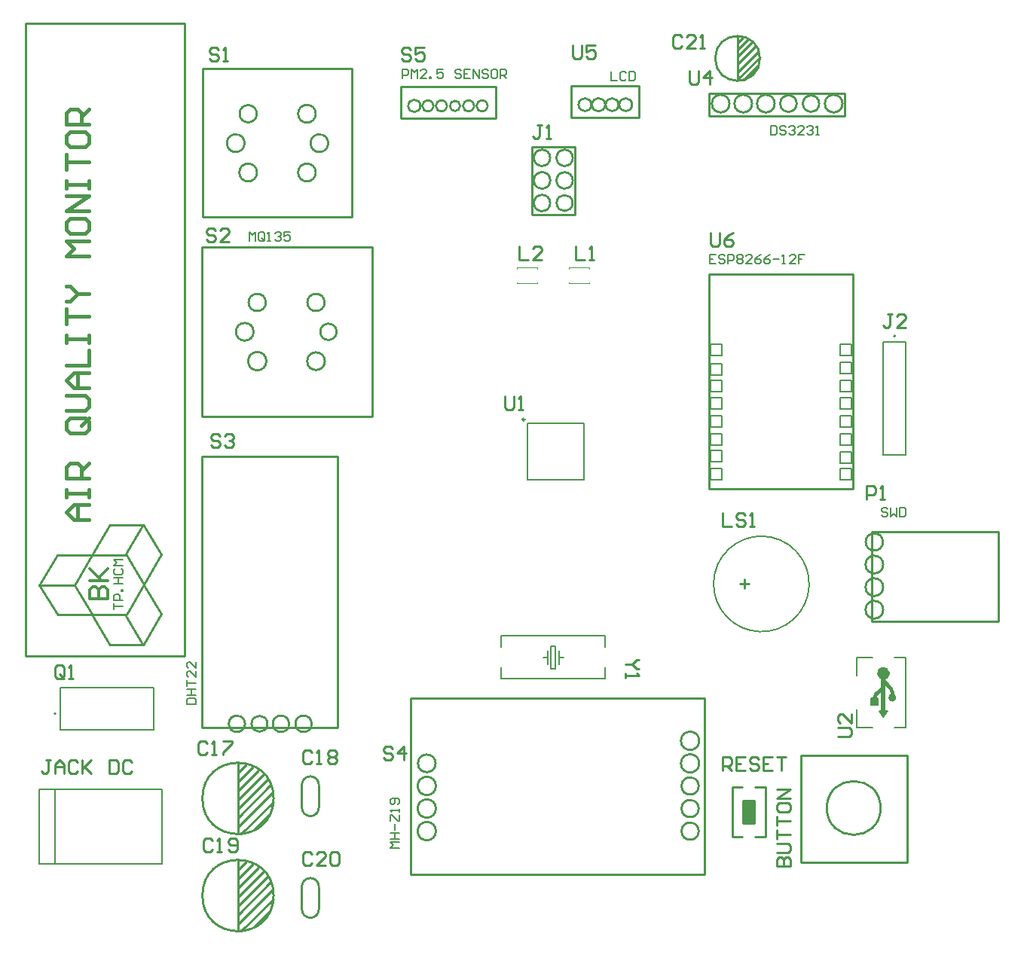
<source format=gto>
G04*
G04 #@! TF.GenerationSoftware,Altium Limited,Altium Designer,24.4.1 (13)*
G04*
G04 Layer_Color=65535*
%FSLAX44Y44*%
%MOMM*%
G71*
G04*
G04 #@! TF.SameCoordinates,999ADBB1-789E-4D5B-A825-673993AB2B7E*
G04*
G04*
G04 #@! TF.FilePolarity,Positive*
G04*
G01*
G75*
%ADD10C,0.2540*%
%ADD11C,0.2000*%
%ADD12C,0.2032*%
%ADD13C,0.2500*%
%ADD14C,0.8890*%
%ADD15C,0.5080*%
%ADD16C,0.3810*%
%ADD17C,0.2360*%
%ADD18C,0.1778*%
%ADD19C,0.1524*%
%ADD20C,0.1016*%
%ADD21C,0.1270*%
%ADD22C,0.3048*%
%ADD23R,1.2700X2.5400*%
G36*
X963970Y277955D02*
X958970Y284955D01*
X968970D01*
X963970Y277955D01*
D02*
G37*
G36*
X950220Y291455D02*
Y298955D01*
X957720Y298955D01*
Y291455D01*
X950220D01*
D02*
G37*
D10*
X825246Y1018540D02*
G03*
X825246Y1018540I-25146J0D01*
G01*
X963689Y398780D02*
G03*
X963689Y398780I-9919J0D01*
G01*
Y424180D02*
G03*
X963689Y424180I-9919J0D01*
G01*
Y449580D02*
G03*
X963689Y449580I-9919J0D01*
G01*
X963442Y474980D02*
G03*
X963442Y474980I-9672J0D01*
G01*
X866496Y967740D02*
G03*
X866496Y967740I-9246J0D01*
G01*
X790969D02*
G03*
X790969Y967740I-9919J0D01*
G01*
X816369D02*
G03*
X816369Y967740I-9919J0D01*
G01*
X841769D02*
G03*
X841769Y967740I-9919J0D01*
G01*
X891808D02*
G03*
X891808Y967740I-9158J0D01*
G01*
X917969D02*
G03*
X917969Y967740I-9919J0D01*
G01*
X278760Y186690D02*
G03*
X278760Y186690I-40000J0D01*
G01*
X326149Y956310D02*
G03*
X326149Y956310I-9919J0D01*
G01*
X340119Y923290D02*
G03*
X340119Y923290I-9919J0D01*
G01*
X326149Y890270D02*
G03*
X326149Y890270I-9919J0D01*
G01*
X260109D02*
G03*
X260109Y890270I-9919J0D01*
G01*
X246139Y923290D02*
G03*
X246139Y923290I-9919J0D01*
G01*
X259862Y956310D02*
G03*
X259862Y956310I-9672J0D01*
G01*
X256299Y711200D02*
G03*
X256299Y711200I-9919J0D01*
G01*
X270589Y678180D02*
G03*
X270589Y678180I-10239J0D01*
G01*
X336309D02*
G03*
X336309Y678180I-9919J0D01*
G01*
X349518Y711200D02*
G03*
X349518Y711200I-9158J0D01*
G01*
X336062Y744220D02*
G03*
X336062Y744220I-9672J0D01*
G01*
X270022D02*
G03*
X270022Y744220I-9672J0D01*
G01*
X321578Y270510D02*
G03*
X321578Y270510I-9158J0D01*
G01*
X296178D02*
G03*
X296178Y270510I-9158J0D01*
G01*
X271870D02*
G03*
X271870Y270510I-8980J0D01*
G01*
X246648D02*
G03*
X246648Y270510I-9158J0D01*
G01*
X329586Y87524D02*
G03*
X310496Y87379I-9546J105D01*
G01*
X310494Y62081D02*
G03*
X329584Y62227I9546J-105D01*
G01*
X329586Y201824D02*
G03*
X310496Y201679I-9546J105D01*
G01*
X310494Y176381D02*
G03*
X329584Y176527I9546J-105D01*
G01*
X278760Y77470D02*
G03*
X278760Y77470I-40000J0D01*
G01*
X756432Y149860D02*
G03*
X756432Y149860I-9672J0D01*
G01*
Y175260D02*
G03*
X756432Y175260I-9672J0D01*
G01*
Y200660D02*
G03*
X756432Y200660I-9672J0D01*
G01*
X756999Y226060D02*
G03*
X756999Y226060I-10239J0D01*
G01*
Y251460D02*
G03*
X756999Y251460I-10239J0D01*
G01*
X461089Y149860D02*
G03*
X461089Y149860I-10239J0D01*
G01*
Y175260D02*
G03*
X461089Y175260I-10239J0D01*
G01*
Y200660D02*
G03*
X461089Y200660I-10239J0D01*
G01*
X460769Y226060D02*
G03*
X460769Y226060I-9919J0D01*
G01*
X960788Y175895D02*
G03*
X960788Y175895I-30188J0D01*
G01*
X589548Y906780D02*
G03*
X589548Y906780I-9158J0D01*
G01*
X614948D02*
G03*
X614948Y906780I-9158J0D01*
G01*
X589636Y881380D02*
G03*
X589636Y881380I-9246J0D01*
G01*
X614948D02*
G03*
X614948Y881380I-9158J0D01*
G01*
X614770Y855980D02*
G03*
X614770Y855980I-8980J0D01*
G01*
X589548D02*
G03*
X589548Y855980I-9158J0D01*
G01*
X635834Y966470D02*
G03*
X635834Y966470I-7184J0D01*
G01*
X651295D02*
G03*
X651295Y966470I-7405J0D01*
G01*
X666314D02*
G03*
X666314Y966470I-7184J0D01*
G01*
X681554D02*
G03*
X681554Y966470I-7184J0D01*
G01*
X443719Y965200D02*
G03*
X443719Y965200I-6839J0D01*
G01*
X458470D02*
G03*
X458470Y965200I-6350J0D01*
G01*
X473710D02*
G03*
X473710Y965200I-6350J0D01*
G01*
X488280D02*
G03*
X488280Y965200I-5680J0D01*
G01*
X504190D02*
G03*
X504190Y965200I-6350J0D01*
G01*
X519430D02*
G03*
X519430Y965200I-6350J0D01*
G01*
X0Y346710D02*
X179070D01*
X0Y1057910D02*
X179070D01*
Y346710D02*
Y1057910D01*
X0Y346710D02*
Y1057910D01*
X806704Y994156D02*
X823976Y1011428D01*
X804672Y994156D02*
X806704D01*
X800100Y994918D02*
X825246Y1020064D01*
X800100Y1003300D02*
X823722Y1026922D01*
X800100Y1003046D02*
Y1003300D01*
Y1012190D02*
X820166Y1032256D01*
X800100Y1011174D02*
Y1012190D01*
Y1020572D02*
X816610Y1037082D01*
X800100Y1028446D02*
X811784Y1040130D01*
X800100Y1028192D02*
Y1028446D01*
Y1036066D02*
X806196Y1042162D01*
X800100Y1031748D02*
Y1036066D01*
Y1031748D02*
Y1035812D01*
Y993648D02*
Y1043686D01*
X951230Y486410D02*
X1093470D01*
X951230Y386080D02*
X1093470D01*
Y486410D01*
X951230Y386080D02*
Y486410D01*
X920750Y953770D02*
Y979170D01*
X768350Y953770D02*
Y979170D01*
Y953770D02*
X920750D01*
X768350Y979170D02*
X920750D01*
X238760Y146690D02*
Y226690D01*
Y213106D02*
Y215138D01*
X248412Y224790D01*
X238760Y199644D02*
Y205486D01*
X255524Y222250D01*
X238760Y192278D02*
Y195326D01*
X261874Y218440D01*
X238760Y180848D02*
Y185420D01*
X267462Y214122D01*
X238760Y172974D02*
Y175006D01*
X272034Y208280D01*
X238760Y164846D02*
X275590Y201676D01*
X238760Y154686D02*
X277622Y193548D01*
X239268Y146812D02*
X242570D01*
X278638Y182880D01*
X256032Y151130D02*
X256540D01*
X274574Y169164D01*
X199390Y840740D02*
Y1007110D01*
X367030Y840740D02*
Y1007110D01*
X199390D02*
X367030D01*
X199390Y840740D02*
X367030D01*
X198120Y615950D02*
X389890D01*
X198120Y806450D02*
X389890D01*
Y615950D02*
Y806450D01*
X198120Y615950D02*
Y806450D01*
Y266700D02*
X350520D01*
X198120Y571500D02*
X350520D01*
Y266700D02*
Y571500D01*
X198120Y266700D02*
Y571500D01*
X768350Y534670D02*
X929640D01*
X768350Y775970D02*
X929640D01*
Y534670D02*
Y775970D01*
X768350Y534670D02*
Y775970D01*
X329692Y62484D02*
Y86868D01*
X310388Y62230D02*
Y87630D01*
X329692Y176784D02*
Y201168D01*
X310388Y176530D02*
Y201930D01*
X256540Y41910D02*
X274574Y59944D01*
X256032Y41910D02*
X256540D01*
X242570Y37592D02*
X278638Y73660D01*
X239268Y37592D02*
X242570D01*
X238760Y45466D02*
X277622Y84328D01*
X238760Y55626D02*
X275590Y92456D01*
X238760Y65786D02*
X272034Y99060D01*
X238760Y63754D02*
Y65786D01*
Y76200D02*
X267462Y104902D01*
X238760Y71628D02*
Y76200D01*
Y86106D02*
X261874Y109220D01*
X238760Y83058D02*
Y86106D01*
Y96266D02*
X255524Y113030D01*
X238760Y90424D02*
Y96266D01*
Y105918D02*
X248412Y115570D01*
X238760Y103886D02*
Y105918D01*
Y37470D02*
Y117470D01*
X763270Y101600D02*
Y299720D01*
X433070Y101600D02*
Y299720D01*
X763270D01*
X433070Y101600D02*
X763270D01*
X870910Y114935D02*
X990910D01*
Y234935D01*
X870910D02*
X990910D01*
X870910Y114935D02*
Y234935D01*
X794258Y143256D02*
X805688D01*
X819912D02*
X831342D01*
Y199644D01*
X794258Y143256D02*
Y199644D01*
X806450Y158750D02*
Y184150D01*
X819150D01*
Y158750D02*
Y184150D01*
X806450Y158750D02*
X819150D01*
X794258Y199644D02*
X805688D01*
X819912D02*
X831342D01*
X568960Y843280D02*
Y919480D01*
X617220Y843280D02*
Y919480D01*
X568960D02*
X617220D01*
X568960Y843280D02*
X617220D01*
X613410Y952500D02*
Y988060D01*
X689610Y952500D02*
Y988060D01*
X613410D02*
X689610D01*
X613410Y952500D02*
X689610D01*
X421640Y951230D02*
Y986790D01*
X528320Y951230D02*
Y986790D01*
X421640D02*
X528320D01*
X421640Y951230D02*
X528320D01*
X802767Y428368D02*
X812924D01*
X807845Y433447D02*
Y423290D01*
X737872Y1042668D02*
X735333Y1045208D01*
X730255D01*
X727716Y1042668D01*
Y1032512D01*
X730255Y1029973D01*
X735333D01*
X737872Y1032512D01*
X753108Y1029973D02*
X742951D01*
X753108Y1040129D01*
Y1042668D01*
X750568Y1045208D01*
X745490D01*
X742951Y1042668D01*
X758186Y1029973D02*
X763264D01*
X760725D01*
Y1045208D01*
X758186Y1042668D01*
X973833Y731007D02*
X968754D01*
X971293D01*
Y718311D01*
X968754Y715772D01*
X966215D01*
X963676Y718311D01*
X989068Y715772D02*
X978911D01*
X989068Y725929D01*
Y728468D01*
X986529Y731007D01*
X981450D01*
X978911Y728468D01*
X945134Y522478D02*
Y537713D01*
X952751D01*
X955291Y535174D01*
Y530095D01*
X952751Y527556D01*
X945134D01*
X960369Y522478D02*
X965447D01*
X962908D01*
Y537713D01*
X960369Y535174D01*
X745744Y1004565D02*
Y991869D01*
X748283Y989330D01*
X753362D01*
X755901Y991869D01*
Y1004565D01*
X768597Y989330D02*
Y1004565D01*
X760979Y996947D01*
X771136D01*
X43685Y323849D02*
Y334006D01*
X41146Y336545D01*
X36067D01*
X33528Y334006D01*
Y323849D01*
X36067Y321310D01*
X41146D01*
X38606Y326388D02*
X43685Y321310D01*
X41146D02*
X43685Y323849D01*
X48763Y321310D02*
X53841D01*
X51302D01*
Y336545D01*
X48763Y334006D01*
X321815Y124456D02*
X319275Y126995D01*
X314197D01*
X311658Y124456D01*
Y114299D01*
X314197Y111760D01*
X319275D01*
X321815Y114299D01*
X337050Y111760D02*
X326893D01*
X337050Y121917D01*
Y124456D01*
X334511Y126995D01*
X329432D01*
X326893Y124456D01*
X342128D02*
X344667Y126995D01*
X349746D01*
X352285Y124456D01*
Y114299D01*
X349746Y111760D01*
X344667D01*
X342128Y114299D01*
Y124456D01*
X321815Y238756D02*
X319275Y241295D01*
X314197D01*
X311658Y238756D01*
Y228599D01*
X314197Y226060D01*
X319275D01*
X321815Y228599D01*
X326893Y226060D02*
X331971D01*
X329432D01*
Y241295D01*
X326893Y238756D01*
X339589D02*
X342128Y241295D01*
X347206D01*
X349746Y238756D01*
Y236217D01*
X347206Y233678D01*
X349746Y231138D01*
Y228599D01*
X347206Y226060D01*
X342128D01*
X339589Y228599D01*
Y231138D01*
X342128Y233678D01*
X339589Y236217D01*
Y238756D01*
X342128Y233678D02*
X347206D01*
X210309Y138934D02*
X207770Y141473D01*
X202691D01*
X200152Y138934D01*
Y128777D01*
X202691Y126238D01*
X207770D01*
X210309Y128777D01*
X215387Y126238D02*
X220465D01*
X217926D01*
Y141473D01*
X215387Y138934D01*
X228083Y128777D02*
X230622Y126238D01*
X235700D01*
X238240Y128777D01*
Y138934D01*
X235700Y141473D01*
X230622D01*
X228083Y138934D01*
Y136395D01*
X230622Y133855D01*
X238240D01*
X204473Y248918D02*
X201934Y251458D01*
X196855D01*
X194316Y248918D01*
Y238762D01*
X196855Y236222D01*
X201934D01*
X204473Y238762D01*
X209551Y236222D02*
X214630D01*
X212090D01*
Y251458D01*
X209551Y248918D01*
X222247Y251458D02*
X232404D01*
Y248918D01*
X222247Y238762D01*
Y236222D01*
X689097Y342138D02*
X686558D01*
X681479Y337060D01*
X686558Y331981D01*
X689097D01*
X681479Y337060D02*
X673862D01*
Y326903D02*
Y321825D01*
Y324364D01*
X689097D01*
X686558Y326903D01*
X769620Y822193D02*
Y809497D01*
X772159Y806958D01*
X777237D01*
X779777Y809497D01*
Y822193D01*
X795012D02*
X789933Y819654D01*
X784855Y814576D01*
Y809497D01*
X787394Y806958D01*
X792473D01*
X795012Y809497D01*
Y812036D01*
X792473Y814576D01*
X784855D01*
X614680Y1033013D02*
Y1020317D01*
X617219Y1017778D01*
X622298D01*
X624837Y1020317D01*
Y1033013D01*
X640072D02*
X629915D01*
Y1025396D01*
X634993Y1027935D01*
X637533D01*
X640072Y1025396D01*
Y1020317D01*
X637533Y1017778D01*
X632454D01*
X629915Y1020317D01*
X913132Y256544D02*
X925828D01*
X928367Y259083D01*
Y264162D01*
X925828Y266701D01*
X913132D01*
X928367Y281936D02*
Y271779D01*
X918211Y281936D01*
X915672D01*
X913132Y279397D01*
Y274318D01*
X915672Y271779D01*
X538483Y638807D02*
Y626112D01*
X541022Y623573D01*
X546101D01*
X548640Y626112D01*
Y638807D01*
X553718Y623573D02*
X558797D01*
X556258D01*
Y638807D01*
X553718Y636268D01*
X433067Y1027934D02*
X430527Y1030473D01*
X425449D01*
X422910Y1027934D01*
Y1025395D01*
X425449Y1022856D01*
X430527D01*
X433067Y1020316D01*
Y1017777D01*
X430527Y1015238D01*
X425449D01*
X422910Y1017777D01*
X448302Y1030473D02*
X438145D01*
Y1022856D01*
X443223Y1025395D01*
X445763D01*
X448302Y1022856D01*
Y1017777D01*
X445763Y1015238D01*
X440684D01*
X438145Y1017777D01*
X412751Y242568D02*
X410212Y245107D01*
X405133D01*
X402594Y242568D01*
Y240029D01*
X405133Y237490D01*
X410212D01*
X412751Y234951D01*
Y232412D01*
X410212Y229872D01*
X405133D01*
X402594Y232412D01*
X425447Y229872D02*
Y245107D01*
X417829Y237490D01*
X427986D01*
X218441Y594358D02*
X215902Y596898D01*
X210823D01*
X208284Y594358D01*
Y591819D01*
X210823Y589280D01*
X215902D01*
X218441Y586741D01*
Y584202D01*
X215902Y581662D01*
X210823D01*
X208284Y584202D01*
X223519Y594358D02*
X226058Y596898D01*
X231137D01*
X233676Y594358D01*
Y591819D01*
X231137Y589280D01*
X228598D01*
X231137D01*
X233676Y586741D01*
Y584202D01*
X231137Y581662D01*
X226058D01*
X223519Y584202D01*
X213361Y825498D02*
X210822Y828037D01*
X205743D01*
X203204Y825498D01*
Y822959D01*
X205743Y820420D01*
X210822D01*
X213361Y817881D01*
Y815342D01*
X210822Y812803D01*
X205743D01*
X203204Y815342D01*
X228596Y812803D02*
X218439D01*
X228596Y822959D01*
Y825498D01*
X226057Y828037D01*
X220978D01*
X218439Y825498D01*
X217170Y1028698D02*
X214631Y1031237D01*
X209552D01*
X207013Y1028698D01*
Y1026159D01*
X209552Y1023620D01*
X214631D01*
X217170Y1021081D01*
Y1018542D01*
X214631Y1016003D01*
X209552D01*
X207013Y1018542D01*
X222248Y1016003D02*
X227327D01*
X224788D01*
Y1031237D01*
X222248Y1028698D01*
X783602Y218442D02*
Y233678D01*
X791219D01*
X793758Y231138D01*
Y226060D01*
X791219Y223521D01*
X783602D01*
X788680D02*
X793758Y218442D01*
X808993Y233678D02*
X798837D01*
Y218442D01*
X808993D01*
X798837Y226060D02*
X803915D01*
X824228Y231138D02*
X821689Y233678D01*
X816611D01*
X814072Y231138D01*
Y228599D01*
X816611Y226060D01*
X821689D01*
X824228Y223521D01*
Y220982D01*
X821689Y218442D01*
X816611D01*
X814072Y220982D01*
X839463Y233678D02*
X829307D01*
Y218442D01*
X839463D01*
X829307Y226060D02*
X834385D01*
X844542Y233678D02*
X854698D01*
X849620D01*
Y218442D01*
X783596Y507998D02*
Y492762D01*
X793753D01*
X808988Y505458D02*
X806448Y507998D01*
X801370D01*
X798831Y505458D01*
Y502919D01*
X801370Y500380D01*
X806448D01*
X808988Y497841D01*
Y495302D01*
X806448Y492762D01*
X801370D01*
X798831Y495302D01*
X814066Y492762D02*
X819144D01*
X816605D01*
Y507998D01*
X814066Y505458D01*
X554736Y806953D02*
Y791718D01*
X564893D01*
X580128D02*
X569971D01*
X580128Y801875D01*
Y804414D01*
X577589Y806953D01*
X572510D01*
X569971Y804414D01*
X618236Y806953D02*
Y791718D01*
X628393D01*
X633471D02*
X638549D01*
X636010D01*
Y806953D01*
X633471Y804414D01*
X27953Y229867D02*
X22875D01*
X25414D01*
Y217172D01*
X22875Y214632D01*
X20336D01*
X17796Y217172D01*
X33031Y214632D02*
Y224789D01*
X38110Y229867D01*
X43188Y224789D01*
Y214632D01*
Y222250D01*
X33031D01*
X58423Y227328D02*
X55884Y229867D01*
X50806D01*
X48267Y227328D01*
Y217172D01*
X50806Y214632D01*
X55884D01*
X58423Y217172D01*
X63502Y229867D02*
Y214632D01*
Y219711D01*
X73658Y229867D01*
X66041Y222250D01*
X73658Y214632D01*
X93972Y229867D02*
Y214632D01*
X101589D01*
X104129Y217172D01*
Y227328D01*
X101589Y229867D01*
X93972D01*
X119364Y227328D02*
X116824Y229867D01*
X111746D01*
X109207Y227328D01*
Y217172D01*
X111746Y214632D01*
X116824D01*
X119364Y217172D01*
X580387Y943605D02*
X575308D01*
X577848D01*
Y930909D01*
X575308Y928370D01*
X572769D01*
X570230Y930909D01*
X585465Y928370D02*
X590543D01*
X588004D01*
Y943605D01*
X585465Y941066D01*
X844552Y110504D02*
X859788D01*
Y118122D01*
X857248Y120661D01*
X854709D01*
X852170Y118122D01*
Y110504D01*
Y118122D01*
X849631Y120661D01*
X847092D01*
X844552Y118122D01*
Y110504D01*
Y125739D02*
X857248D01*
X859788Y128278D01*
Y133357D01*
X857248Y135896D01*
X844552D01*
Y140974D02*
Y151131D01*
Y146052D01*
X859788D01*
X844552Y156209D02*
Y166366D01*
Y161287D01*
X859788D01*
X844552Y179062D02*
Y173983D01*
X847092Y171444D01*
X857248D01*
X859788Y173983D01*
Y179062D01*
X857248Y181601D01*
X847092D01*
X844552Y179062D01*
X859788Y186679D02*
X844552D01*
X859788Y196836D01*
X844552D01*
D11*
X977630Y706270D02*
G03*
X977630Y706270I-1000J0D01*
G01*
X33940Y281940D02*
G03*
X33940Y281940I-1000J0D01*
G01*
X963930Y572770D02*
X989330D01*
X963930Y699770D02*
X989330D01*
X963930Y572770D02*
Y699770D01*
X989330Y572770D02*
Y699770D01*
X564130Y545080D02*
Y608080D01*
Y545080D02*
X627130D01*
Y608080D01*
X564130D02*
X627130D01*
D12*
X865913Y464565D02*
G03*
X866267Y464185I-39084J-36785D01*
G01*
D13*
X560880Y612580D02*
G03*
X560880Y612580I-1250J0D01*
G01*
D14*
X966510Y327295D02*
G03*
X966510Y327295I-2540J0D01*
G01*
D15*
X975930Y299955D02*
G03*
X975930Y299955I-2000J0D01*
G01*
X963970Y282445D02*
Y326895D01*
D16*
X973930Y306105D02*
G03*
X972055Y310633I-6403J0D01*
G01*
X955845Y304713D02*
G03*
X953970Y300185I4528J-4528D01*
G01*
X973930Y300225D02*
Y306105D01*
X953970Y295145D02*
Y300185D01*
X963325Y319363D02*
X972055Y310633D01*
X955845Y304713D02*
X963345Y312213D01*
X71120Y500380D02*
X54192D01*
X45728Y508844D01*
X54192Y517308D01*
X71120D01*
X58424D01*
Y500380D01*
X45728Y525772D02*
Y534236D01*
Y530004D01*
X71120D01*
Y525772D01*
Y534236D01*
Y546932D02*
X45728D01*
Y559627D01*
X49960Y563859D01*
X58424D01*
X62656Y559627D01*
Y546932D01*
Y555396D02*
X71120Y563859D01*
X66888Y614643D02*
X49960D01*
X45728Y610411D01*
Y601947D01*
X49960Y597715D01*
X66888D01*
X71120Y601947D01*
Y610411D01*
X62656Y606179D02*
X71120Y614643D01*
Y610411D02*
X66888Y614643D01*
X45728Y623107D02*
X66888D01*
X71120Y627339D01*
Y635803D01*
X66888Y640035D01*
X45728D01*
X71120Y648499D02*
X54192D01*
X45728Y656963D01*
X54192Y665427D01*
X71120D01*
X58424D01*
Y648499D01*
X45728Y673891D02*
X71120D01*
Y690818D01*
X45728Y699282D02*
Y707746D01*
Y703514D01*
X71120D01*
Y699282D01*
Y707746D01*
X45728Y720442D02*
Y737370D01*
Y728906D01*
X71120D01*
X45728Y745834D02*
X49960D01*
X58424Y754298D01*
X49960Y762762D01*
X45728D01*
X58424Y754298D02*
X71120D01*
Y796618D02*
X45728D01*
X54192Y805081D01*
X45728Y813546D01*
X71120D01*
X45728Y834705D02*
Y826241D01*
X49960Y822009D01*
X66888D01*
X71120Y826241D01*
Y834705D01*
X66888Y838937D01*
X49960D01*
X45728Y834705D01*
X71120Y847401D02*
X45728D01*
X71120Y864329D01*
X45728D01*
Y872793D02*
Y881257D01*
Y877025D01*
X71120D01*
Y872793D01*
Y881257D01*
X45728Y893953D02*
Y910881D01*
Y902417D01*
X71120D01*
X45728Y932040D02*
Y923577D01*
X49960Y919345D01*
X66888D01*
X71120Y923577D01*
Y932040D01*
X66888Y936273D01*
X49960D01*
X45728Y932040D01*
X71120Y944736D02*
X45728D01*
Y957432D01*
X49960Y961664D01*
X58424D01*
X62656Y957432D01*
Y944736D01*
Y953200D02*
X71120Y961664D01*
D17*
X112068Y393082D02*
X131698Y360310D01*
X15648Y426585D02*
X54184D01*
X112068Y459958D02*
X131698Y493450D01*
X132862Y493422D02*
X152492Y460650D01*
X113193Y459984D02*
X132823Y427212D01*
X132862Y360282D02*
X152492Y393774D01*
X132862Y426545D02*
X152492Y393774D01*
X74696Y393082D02*
X94326Y360310D01*
Y359709D02*
X132862D01*
Y427158D02*
X152492Y460650D01*
X94326Y494023D02*
X132862D01*
X74696Y459958D02*
X94326Y493450D01*
X15687Y426520D02*
X35317Y393748D01*
Y460585D02*
X73854D01*
X35317Y393147D02*
X73854D01*
X15687Y426520D02*
X35317Y460012D01*
X55026Y426520D02*
X74657Y460012D01*
Y393147D02*
X113193D01*
X74657Y460585D02*
X113193D01*
X55026Y426520D02*
X74657Y393748D01*
X113193Y393720D02*
X132823Y427212D01*
D18*
X15240Y113030D02*
Y196850D01*
X153670Y113030D02*
Y196850D01*
X15240D02*
X153670D01*
X15240Y113030D02*
X153670D01*
X33020D02*
Y196850D01*
D19*
X915670Y664210D02*
X928370D01*
X915670Y676910D02*
X928370D01*
Y664210D02*
Y676910D01*
X915670Y664210D02*
Y676910D01*
X769620Y662940D02*
X782320D01*
X769620Y675640D02*
X782320D01*
Y662940D02*
Y675640D01*
X769620Y662940D02*
Y675640D01*
Y643890D02*
X782320D01*
X769620Y656590D02*
X782320D01*
Y643890D02*
Y656590D01*
X769620Y643890D02*
Y656590D01*
Y624840D02*
X782320D01*
X769620Y637540D02*
X782320D01*
Y624840D02*
Y637540D01*
X769620Y624840D02*
Y637540D01*
X915670Y544830D02*
X928370D01*
X915670Y557530D02*
X928370D01*
Y544830D02*
Y557530D01*
X915670Y544830D02*
Y557530D01*
Y684530D02*
X928370D01*
X915670Y697230D02*
X928370D01*
Y684530D02*
Y697230D01*
X915670Y684530D02*
Y697230D01*
Y604520D02*
X928370D01*
X915670Y617220D02*
X928370D01*
Y604520D02*
Y617220D01*
X915670Y604520D02*
Y617220D01*
Y563880D02*
X928370D01*
X915670Y576580D02*
X928370D01*
Y563880D02*
Y576580D01*
X915670Y563880D02*
Y576580D01*
X769620Y684530D02*
X782320D01*
X769620Y697230D02*
X782320D01*
Y684530D02*
Y697230D01*
X769620Y684530D02*
Y697230D01*
X915670Y584200D02*
X928370D01*
X915670Y596900D02*
X928370D01*
Y584200D02*
Y596900D01*
X915670Y584200D02*
Y596900D01*
X769620Y565150D02*
X782320D01*
X769620Y577850D02*
X782320D01*
Y565150D02*
Y577850D01*
X769620Y565150D02*
Y577850D01*
X915670Y643890D02*
X928370D01*
X915670Y656590D02*
X928370D01*
Y643890D02*
Y656590D01*
X915670Y643890D02*
Y656590D01*
X769620Y604520D02*
X782320D01*
X769620Y617220D02*
X782320D01*
Y604520D02*
Y617220D01*
X769620Y604520D02*
Y617220D01*
Y584200D02*
X782320D01*
X769620Y596900D02*
X782320D01*
Y584200D02*
Y596900D01*
X769620Y584200D02*
Y596900D01*
Y544830D02*
X782320D01*
X769620Y557530D02*
X782320D01*
Y544830D02*
Y557530D01*
X769620Y544830D02*
Y557530D01*
X915670Y624840D02*
X928370D01*
X915670Y637540D02*
X928370D01*
Y624840D02*
Y637540D01*
X915670Y624840D02*
Y637540D01*
X38740Y263940D02*
X144140D01*
Y310940D01*
X38740D02*
X144140D01*
X38740Y263940D02*
Y310940D01*
X933998Y266570D02*
X951982D01*
X933998D02*
X933998Y286890D01*
X934252Y345310D02*
X951982Y345310D01*
X934252Y324990D02*
Y345310D01*
X976122Y345310D02*
X988862D01*
Y266570D02*
Y345310D01*
X976122Y266570D02*
X988862D01*
X968415Y511638D02*
X966722Y513331D01*
X963337D01*
X961644Y511638D01*
Y509945D01*
X963337Y508252D01*
X966722D01*
X968415Y506560D01*
Y504867D01*
X966722Y503174D01*
X963337D01*
X961644Y504867D01*
X971801Y513331D02*
Y503174D01*
X975186Y506560D01*
X978572Y503174D01*
Y513331D01*
X981957D02*
Y503174D01*
X987036D01*
X988729Y504867D01*
Y511638D01*
X987036Y513331D01*
X981957D01*
X837184Y942591D02*
Y932434D01*
X842262D01*
X843955Y934127D01*
Y940898D01*
X842262Y942591D01*
X837184D01*
X854112Y940898D02*
X852419Y942591D01*
X849034D01*
X847341Y940898D01*
Y939205D01*
X849034Y937512D01*
X852419D01*
X854112Y935820D01*
Y934127D01*
X852419Y932434D01*
X849034D01*
X847341Y934127D01*
X857497Y940898D02*
X859190Y942591D01*
X862576D01*
X864269Y940898D01*
Y939205D01*
X862576Y937512D01*
X860883D01*
X862576D01*
X864269Y935820D01*
Y934127D01*
X862576Y932434D01*
X859190D01*
X857497Y934127D01*
X874425Y932434D02*
X867654D01*
X874425Y939205D01*
Y940898D01*
X872732Y942591D01*
X869347D01*
X867654Y940898D01*
X877811D02*
X879504Y942591D01*
X882889D01*
X884582Y940898D01*
Y939205D01*
X882889Y937512D01*
X881197D01*
X882889D01*
X884582Y935820D01*
Y934127D01*
X882889Y932434D01*
X879504D01*
X877811Y934127D01*
X887968Y932434D02*
X891353D01*
X889660D01*
Y942591D01*
X887968Y940898D01*
X98809Y399034D02*
Y405805D01*
Y402420D01*
X108966D01*
Y409191D02*
X98809D01*
Y414269D01*
X100502Y415962D01*
X103888D01*
X105580Y414269D01*
Y409191D01*
X108966Y419347D02*
X107273D01*
Y421040D01*
X108966D01*
Y419347D01*
X98809Y427811D02*
X108966D01*
X103888D01*
Y434582D01*
X98809D01*
X108966D01*
X100502Y444739D02*
X98809Y443046D01*
Y439661D01*
X100502Y437968D01*
X107273D01*
X108966Y439661D01*
Y443046D01*
X107273Y444739D01*
X108966Y448125D02*
X98809D01*
X102195Y451510D01*
X98809Y454896D01*
X108966D01*
X251714Y813054D02*
Y823211D01*
X255100Y819825D01*
X258485Y823211D01*
Y813054D01*
X268642Y814747D02*
Y821518D01*
X266949Y823211D01*
X263563D01*
X261871Y821518D01*
Y814747D01*
X263563Y813054D01*
X266949D01*
X265256Y816440D02*
X268642Y813054D01*
X266949D02*
X268642Y814747D01*
X272027Y813054D02*
X275413D01*
X273720D01*
Y823211D01*
X272027Y821518D01*
X280491D02*
X282184Y823211D01*
X285570D01*
X287262Y821518D01*
Y819825D01*
X285570Y818132D01*
X283877D01*
X285570D01*
X287262Y816440D01*
Y814747D01*
X285570Y813054D01*
X282184D01*
X280491Y814747D01*
X297419Y823211D02*
X290648D01*
Y818132D01*
X294034Y819825D01*
X295727D01*
X297419Y818132D01*
Y814747D01*
X295727Y813054D01*
X292341D01*
X290648Y814747D01*
X181359Y292354D02*
X191516D01*
Y297432D01*
X189823Y299125D01*
X183052D01*
X181359Y297432D01*
Y292354D01*
Y302511D02*
X191516D01*
X186438D01*
Y309282D01*
X181359D01*
X191516D01*
X181359Y312667D02*
Y319439D01*
Y316053D01*
X191516D01*
Y329595D02*
Y322824D01*
X184745Y329595D01*
X183052D01*
X181359Y327902D01*
Y324517D01*
X183052Y322824D01*
X191516Y339752D02*
Y332981D01*
X184745Y339752D01*
X183052D01*
X181359Y338059D01*
Y334674D01*
X183052Y332981D01*
X775375Y797811D02*
X768604D01*
Y787654D01*
X775375D01*
X768604Y792732D02*
X771990D01*
X785532Y796118D02*
X783839Y797811D01*
X780453D01*
X778761Y796118D01*
Y794425D01*
X780453Y792732D01*
X783839D01*
X785532Y791040D01*
Y789347D01*
X783839Y787654D01*
X780453D01*
X778761Y789347D01*
X788917Y787654D02*
Y797811D01*
X793996D01*
X795689Y796118D01*
Y792732D01*
X793996Y791040D01*
X788917D01*
X799074Y796118D02*
X800767Y797811D01*
X804153D01*
X805845Y796118D01*
Y794425D01*
X804153Y792732D01*
X805845Y791040D01*
Y789347D01*
X804153Y787654D01*
X800767D01*
X799074Y789347D01*
Y791040D01*
X800767Y792732D01*
X799074Y794425D01*
Y796118D01*
X800767Y792732D02*
X804153D01*
X816002Y787654D02*
X809231D01*
X816002Y794425D01*
Y796118D01*
X814309Y797811D01*
X810924D01*
X809231Y796118D01*
X826159Y797811D02*
X822773Y796118D01*
X819388Y792732D01*
Y789347D01*
X821080Y787654D01*
X824466D01*
X826159Y789347D01*
Y791040D01*
X824466Y792732D01*
X819388D01*
X836316Y797811D02*
X832930Y796118D01*
X829544Y792732D01*
Y789347D01*
X831237Y787654D01*
X834623D01*
X836316Y789347D01*
Y791040D01*
X834623Y792732D01*
X829544D01*
X839701D02*
X846472D01*
X849858Y787654D02*
X853243D01*
X851551D01*
Y797811D01*
X849858Y796118D01*
X865093Y787654D02*
X858322D01*
X865093Y794425D01*
Y796118D01*
X863400Y797811D01*
X860014D01*
X858322Y796118D01*
X875250Y797811D02*
X868478D01*
Y792732D01*
X871864D01*
X868478D01*
Y787654D01*
X420116Y131064D02*
X409959D01*
X413345Y134450D01*
X409959Y137835D01*
X420116D01*
X409959Y141221D02*
X420116D01*
X415038D01*
Y147992D01*
X409959D01*
X420116D01*
X415038Y151377D02*
Y158149D01*
X409959Y161534D02*
Y168305D01*
X411652D01*
X418423Y161534D01*
X420116D01*
Y168305D01*
Y171691D02*
Y175077D01*
Y173384D01*
X409959D01*
X411652Y171691D01*
X418423Y180155D02*
X420116Y181848D01*
Y185233D01*
X418423Y186926D01*
X411652D01*
X409959Y185233D01*
Y181848D01*
X411652Y180155D01*
X413345D01*
X415038Y181848D01*
Y186926D01*
X658114Y1003551D02*
Y993394D01*
X664885D01*
X675042Y1001858D02*
X673349Y1003551D01*
X669964D01*
X668271Y1001858D01*
Y995087D01*
X669964Y993394D01*
X673349D01*
X675042Y995087D01*
X678427Y1003551D02*
Y993394D01*
X683506D01*
X685199Y995087D01*
Y1001858D01*
X683506Y1003551D01*
X678427D01*
X423164Y995934D02*
Y1006091D01*
X428242D01*
X429935Y1004398D01*
Y1001012D01*
X428242Y999320D01*
X423164D01*
X433321Y995934D02*
Y1006091D01*
X436706Y1002705D01*
X440092Y1006091D01*
Y995934D01*
X450249D02*
X443477D01*
X450249Y1002705D01*
Y1004398D01*
X448556Y1006091D01*
X445170D01*
X443477Y1004398D01*
X453634Y995934D02*
Y997627D01*
X455327D01*
Y995934D01*
X453634D01*
X468869Y1006091D02*
X462098D01*
Y1001012D01*
X465484Y1002705D01*
X467177D01*
X468869Y1001012D01*
Y997627D01*
X467177Y995934D01*
X463791D01*
X462098Y997627D01*
X489183Y1004398D02*
X487490Y1006091D01*
X484104D01*
X482412Y1004398D01*
Y1002705D01*
X484104Y1001012D01*
X487490D01*
X489183Y999320D01*
Y997627D01*
X487490Y995934D01*
X484104D01*
X482412Y997627D01*
X499339Y1006091D02*
X492568D01*
Y995934D01*
X499339D01*
X492568Y1001012D02*
X495954D01*
X502725Y995934D02*
Y1006091D01*
X509496Y995934D01*
Y1006091D01*
X519653Y1004398D02*
X517960Y1006091D01*
X514575D01*
X512882Y1004398D01*
Y1002705D01*
X514575Y1001012D01*
X517960D01*
X519653Y999320D01*
Y997627D01*
X517960Y995934D01*
X514575D01*
X512882Y997627D01*
X528117Y1006091D02*
X524731D01*
X523038Y1004398D01*
Y997627D01*
X524731Y995934D01*
X528117D01*
X529810Y997627D01*
Y1004398D01*
X528117Y1006091D01*
X533195Y995934D02*
Y1006091D01*
X538274D01*
X539966Y1004398D01*
Y1001012D01*
X538274Y999320D01*
X533195D01*
X536581D02*
X539966Y995934D01*
D20*
X575310Y782320D02*
Y783590D01*
X552450D02*
X575310D01*
X552450Y782320D02*
Y783590D01*
X575310Y765810D02*
Y767080D01*
X552450Y765810D02*
X575310D01*
X552450D02*
Y767080D01*
X610870Y765810D02*
Y767080D01*
Y765810D02*
X633730D01*
Y767080D01*
X610870Y782320D02*
Y783590D01*
X633730D01*
Y782320D02*
Y783590D01*
D21*
X534670Y321310D02*
X651510D01*
X534670Y356870D02*
Y369570D01*
Y321310D02*
Y334010D01*
X651510Y321310D02*
Y334010D01*
X581660Y345440D02*
X586740D01*
Y337820D02*
Y353060D01*
X590550Y332740D02*
Y358140D01*
Y332740D02*
X595630D01*
Y358140D01*
X590550D02*
X595630D01*
X599440Y337820D02*
Y353060D01*
Y345440D02*
X604520D01*
X534670Y369570D02*
X651510D01*
Y356870D02*
Y369570D01*
X958970Y284955D02*
X963970Y277955D01*
X968970Y284955D01*
X958970D02*
X968970D01*
X957720Y291455D02*
Y298955D01*
X950220Y298955D02*
X957720Y298955D01*
X950220Y291455D02*
Y298955D01*
Y291455D02*
X957720D01*
D22*
X71889Y410718D02*
X92202D01*
Y420875D01*
X88816Y424260D01*
X85431D01*
X82045Y420875D01*
Y410718D01*
Y420875D01*
X78660Y424260D01*
X75274D01*
X71889Y420875D01*
Y410718D01*
Y431031D02*
X92202D01*
X85431D01*
X71889Y444574D01*
X82045Y434417D01*
X92202Y444574D01*
D23*
X812800Y171450D02*
D03*
M02*

</source>
